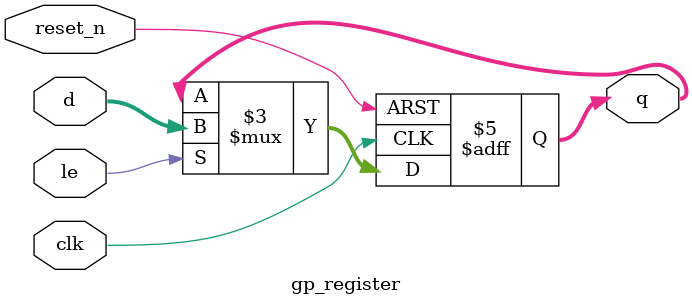
<source format=v>
module gp_register(clk, reset_n, le, d, q);

parameter REG_SIZE = 32;

input clk;
input	reset_n;
input le;
input	[REG_SIZE-1:0] d;
output reg [REG_SIZE-1:0] q;

always @(posedge clk or negedge reset_n)
begin
	if(!reset_n)
		q <= {REG_SIZE{1'b0}}; //q <= (OTHERS => '0') in VHDL
	else if(clk)	begin
		if(le)
			q <= d;
	end
end

endmodule
		
</source>
